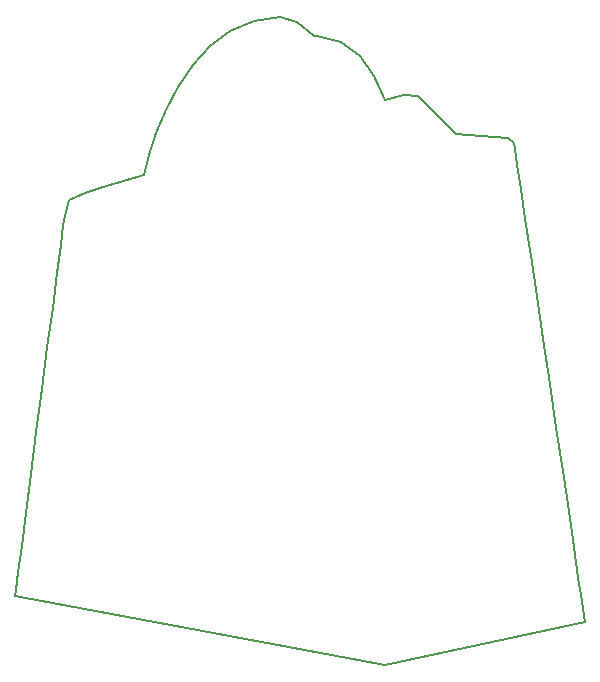
<source format=gbr>
G04 #@! TF.GenerationSoftware,KiCad,Pcbnew,(5.0.0-3-g5ebb6b6)*
G04 #@! TF.CreationDate,2018-08-30T21:54:11-04:00*
G04 #@! TF.ProjectId,PCB,5043422E6B696361645F706362000000,rev?*
G04 #@! TF.SameCoordinates,Original*
G04 #@! TF.FileFunction,Profile,NP*
%FSLAX46Y46*%
G04 Gerber Fmt 4.6, Leading zero omitted, Abs format (unit mm)*
G04 Created by KiCad (PCBNEW (5.0.0-3-g5ebb6b6)) date Thursday, August 30, 2018 at 09:54:11 PM*
%MOMM*%
%LPD*%
G01*
G04 APERTURE LIST*
G04 #@! TA.AperFunction,NonConductor*
%ADD10C,0.146328*%
G04 #@! TD*
G04 APERTURE END LIST*
D10*
G04 #@! TO.C,svg2mod*
X91607150Y-102108883D02*
X91532611Y-101602942D01*
X91802676Y-103432827D02*
X91607150Y-102108883D01*
X92101832Y-105457400D02*
X91802676Y-103432827D01*
X92487260Y-108065227D02*
X92101832Y-105457400D01*
X92941602Y-111138936D02*
X92487260Y-108065227D01*
X93447500Y-114561152D02*
X92941602Y-111138936D01*
X93987598Y-118214503D02*
X93447500Y-114561152D01*
X94544537Y-121981613D02*
X93987598Y-118214503D01*
X95100960Y-125745110D02*
X94544537Y-121981613D01*
X95639509Y-129387620D02*
X95100960Y-125745110D01*
X96142826Y-132791769D02*
X95639509Y-129387620D01*
X96593554Y-135840183D02*
X96142826Y-132791769D01*
X96974336Y-138415490D02*
X96593554Y-135840183D01*
X97267813Y-140400314D02*
X96974336Y-138415490D01*
X97456628Y-141677282D02*
X97267813Y-140400314D01*
X97523424Y-142129022D02*
X97456628Y-141677282D01*
X80564140Y-145785179D02*
X97523424Y-142129022D01*
X49288576Y-139926518D02*
X80564140Y-145785179D01*
X49356165Y-139403029D02*
X49288576Y-139926518D01*
X49544656Y-137943722D02*
X49356165Y-139403029D01*
X49832636Y-135715333D02*
X49544656Y-137943722D01*
X50198690Y-132884599D02*
X49832636Y-135715333D01*
X50621407Y-129618256D02*
X50198690Y-132884599D01*
X51079371Y-126083041D02*
X50621407Y-129618256D01*
X51551171Y-122445691D02*
X51079371Y-126083041D01*
X52015391Y-118872942D02*
X51551171Y-122445691D01*
X52450618Y-115531531D02*
X52015391Y-118872942D01*
X52835440Y-112588195D02*
X52450618Y-115531531D01*
X53148442Y-110209671D02*
X52835440Y-112588195D01*
X53368212Y-108562695D02*
X53148442Y-110209671D01*
X53473334Y-107814004D02*
X53368212Y-108562695D01*
X53842254Y-106459464D02*
X53473334Y-107814004D01*
X55235338Y-105831750D02*
X53842254Y-106459464D01*
X56760572Y-105341693D02*
X55235338Y-105831750D01*
X60168948Y-104289997D02*
X56760572Y-105341693D01*
X60609691Y-102648905D02*
X60168948Y-104289997D01*
X61234610Y-100793544D02*
X60609691Y-102648905D01*
X62054944Y-98832681D02*
X61234610Y-100793544D01*
X63081934Y-96875080D02*
X62054944Y-98832681D01*
X64326817Y-95029509D02*
X63081934Y-96875080D01*
X65800834Y-93404731D02*
X64326817Y-95029509D01*
X67515222Y-92109513D02*
X65800834Y-93404731D01*
X69481222Y-91252621D02*
X67515222Y-92109513D01*
X71710072Y-90942821D02*
X69481222Y-91252621D01*
X73158218Y-91328259D02*
X71710072Y-90942821D01*
X74573327Y-92572674D02*
X73158218Y-91328259D01*
X74837628Y-92572674D02*
X74573327Y-92572674D01*
X76878386Y-93022811D02*
X74837628Y-92572674D01*
X78477267Y-94224552D02*
X76878386Y-93022811D01*
X79687956Y-95954895D02*
X78477267Y-94224552D01*
X80564140Y-97990834D02*
X79687956Y-95954895D01*
X82193993Y-97506284D02*
X80564140Y-97990834D01*
X83383345Y-97638434D02*
X82193993Y-97506284D01*
X85145348Y-99361894D02*
X83383345Y-97638434D01*
X86643052Y-100854090D02*
X85145348Y-99361894D01*
X88762962Y-101008266D02*
X86643052Y-100854090D01*
X91048061Y-101162441D02*
X88762962Y-101008266D01*
X91532611Y-101602942D02*
X91048061Y-101162441D01*
G04 #@! TD*
M02*

</source>
